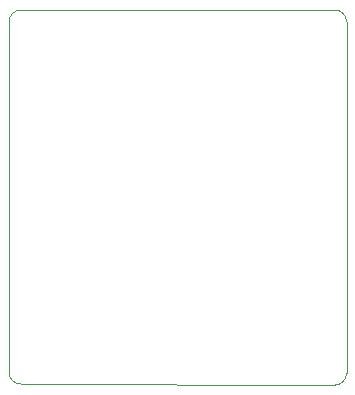
<source format=gbr>
%TF.GenerationSoftware,KiCad,Pcbnew,7.0.6*%
%TF.CreationDate,2024-04-06T15:36:31-04:00*%
%TF.ProjectId,peripheral_io_left_eth,70657269-7068-4657-9261-6c5f696f5f6c,rev?*%
%TF.SameCoordinates,Original*%
%TF.FileFunction,Profile,NP*%
%FSLAX46Y46*%
G04 Gerber Fmt 4.6, Leading zero omitted, Abs format (unit mm)*
G04 Created by KiCad (PCBNEW 7.0.6) date 2024-04-06 15:36:31*
%MOMM*%
%LPD*%
G01*
G04 APERTURE LIST*
%TA.AperFunction,Profile*%
%ADD10C,0.100000*%
%TD*%
G04 APERTURE END LIST*
D10*
X196977000Y-56829200D02*
X196977000Y-86579200D01*
X169402000Y-55829200D02*
G75*
G03*
X168402000Y-56829200I0J-1000000D01*
G01*
X169402000Y-55829200D02*
X195977000Y-55829200D01*
X195977000Y-87579200D02*
X169403842Y-87501154D01*
X168402000Y-86501156D02*
X168402000Y-56829200D01*
X196977000Y-56829200D02*
G75*
G03*
X195977000Y-55829200I-999900J100D01*
G01*
X195977000Y-87579200D02*
G75*
G03*
X196977000Y-86579200I0J1000000D01*
G01*
X168401945Y-86501156D02*
G75*
G03*
X169403842Y-87501153I1000055J56D01*
G01*
M02*

</source>
